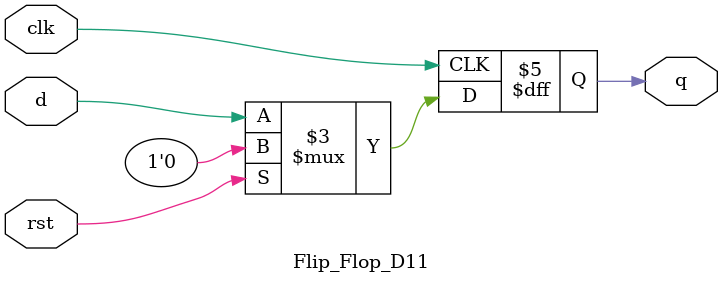
<source format=v>
`timescale 1ns / 1ps
module Flip_Flop_D11(
    input clk,
    input d,
    input rst,
    output reg q
    );

	 always @(posedge clk)
	 if (rst) 
	 q <= 0;
	 else
	 q <= d;


endmodule

</source>
